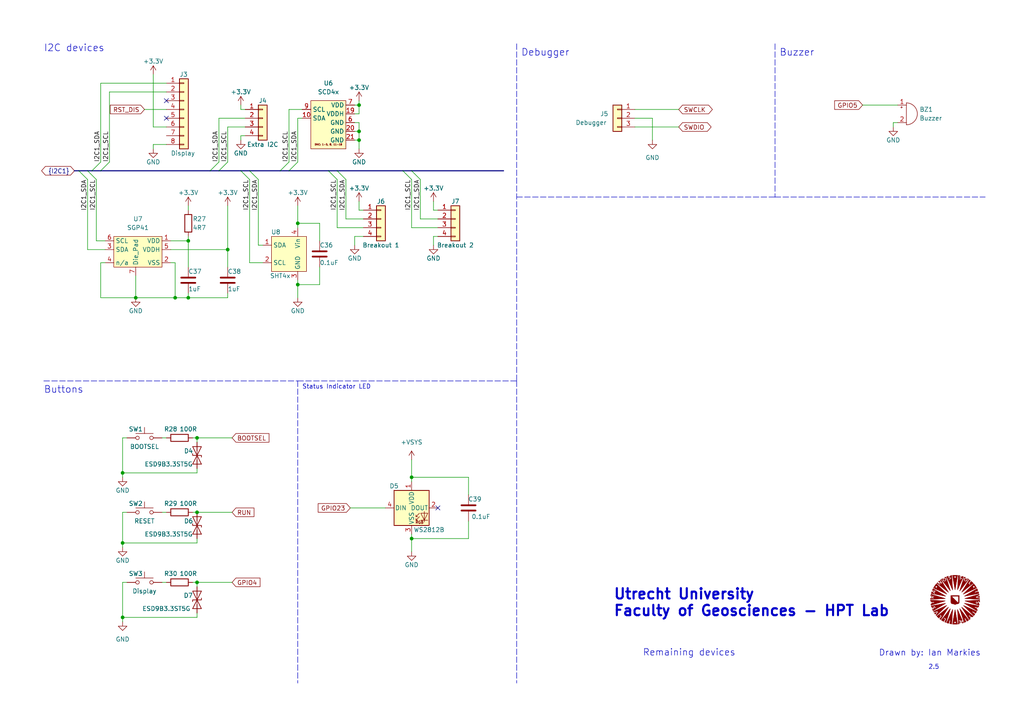
<source format=kicad_sch>
(kicad_sch (version 20211123) (generator eeschema)
  (paper "A4")
  (lib_symbols
    (symbol "Connector_Generic:Conn_01x03" (pin_names (offset 1.016) hide)
      (property "Reference" "J" (at 0 5.08 0))
      (property "Value" "Conn_01x03" (at 0 -5.08 0))
      (symbol "Conn_01x03_1_1"
        (pin passive line (at -5.08 2.54 0) (length 3.81) (name "Pin_1") (number "1"))
        (pin passive line (at -5.08 0 0) (length 3.81) (name "Pin_2") (number "2"))
        (pin passive line (at -5.08 -2.54 0) (length 3.81) (name "Pin_3") (number "3"))
      )
    )
    (symbol "Connector_Generic:Conn_01x04" (pin_names (offset 1.016) hide)
      (property "Reference" "J" (at 0 5.08 0))
      (property "Value" "Conn_01x04" (at 0 -7.62 0))
      (symbol "Conn_01x04_1_1"
        (pin passive line (at -5.08 2.54 0) (length 3.81) (name "Pin_1") (number "1"))
        (pin passive line (at -5.08 0 0) (length 3.81) (name "Pin_2") (number "2"))
        (pin passive line (at -5.08 -2.54 0) (length 3.81) (name "Pin_3") (number "3"))
        (pin passive line (at -5.08 -5.08 0) (length 3.81) (name "Pin_4") (number "4"))
      )
    )
    (symbol "Connector_Generic:Conn_01x08" (pin_names (offset 1.016) hide)
      (property "Reference" "J" (at 0 10.16 0))
      (property "Value" "Conn_01x08" (at 0 -12.7 0))
      (symbol "Conn_01x08_1_1"
        (pin passive line (at -5.08 7.62 0) (length 3.81) (name "Pin_1") (number "1"))
        (pin passive line (at -5.08 5.08 0) (length 3.81) (name "Pin_2") (number "2"))
        (pin passive line (at -5.08 2.54 0) (length 3.81) (name "Pin_3") (number "3"))
        (pin passive line (at -5.08 0 0) (length 3.81) (name "Pin_4") (number "4"))
        (pin passive line (at -5.08 -2.54 0) (length 3.81) (name "Pin_5") (number "5"))
        (pin passive line (at -5.08 -5.08 0) (length 3.81) (name "Pin_6") (number "6"))
        (pin passive line (at -5.08 -7.62 0) (length 3.81) (name "Pin_7") (number "7"))
        (pin passive line (at -5.08 -10.16 0) (length 3.81) (name "Pin_8") (number "8"))
      )
    )
    (symbol "Device:Buzzer" (pin_names (offset 0.0254) hide)
      (property "Reference" "BZ" (at 3.81 1.27 0))
      (property "Value" "Buzzer" (at 3.81 -1.27 0))
      (symbol "Buzzer_1_1"
        (pin passive line (at -2.54 2.54 0) (length 2.54) (name "-") (number "1"))
        (pin passive line (at -2.54 -2.54 0) (length 2.54) (name "+") (number "2"))
      )
    )
    (symbol "Device:C" (pin_numbers hide) (pin_names (offset 0.254))
      (property "Reference" "C" (at 0.635 2.54 0))
      (property "Value" "C" (at 0.635 -2.54 0))
      (symbol "C_1_1"
        (pin passive line (at 0 3.81 270) (length 2.794) (name "~") (number "1"))
        (pin passive line (at 0 -3.81 90) (length 2.794) (name "~") (number "2"))
      )
    )
    (symbol "Device:R" (pin_numbers hide) (pin_names (offset 0))
      (property "Reference" "R" (at 2.032 0 90))
      (property "Value" "R" (at 0 0 90))
      (symbol "R_1_1"
        (pin passive line (at 0 3.81 270) (length 1.27) (name "~") (number "1"))
        (pin passive line (at 0 -3.81 90) (length 1.27) (name "~") (number "2"))
      )
    )
    (symbol "Diode:ESD9B3.3ST5G" (pin_numbers hide) (pin_names (offset 1.016) hide)
      (property "Reference" "D" (at 0 2.54 0))
      (property "Value" "ESD9B3.3ST5G" (at 0 -2.54 0))
      (symbol "ESD9B3.3ST5G_1_1"
        (pin passive line (at -3.81 0 0) (length 2.54) (name "A1") (number "1"))
        (pin passive line (at 3.81 0 180) (length 2.54) (name "A2") (number "2"))
      )
    )
    (symbol "HPT:+Vsys" (power) (in_bom no) (on_board no)
      (property "Value" "+Vsys" (at 0 3.81 0))
      (symbol "+Vsys_1_1"
        (pin power_in line (at 0 0 90) (length 0) hide (name "+VSYS") (number ""))
      )
    )
    (symbol "HPT:LOGO" (pin_names (offset 1.016)))
    (symbol "HPT:SCD4x"
      (property "Reference" "U" (at -3.81 6.35 0))
      (property "Value" "SCD4x" (at 2.54 -10.16 0))
      (symbol "SCD4x_0_0"
        (text "DNC: 1-5, 8, 11-18" (at 0 -7.62 0) (effects (font (size 0.5 0.5))))
      )
      (symbol "SCD4x_1_1"
        (pin no_connect line (at -7.62 -6.35 0) (length 2.54) hide (name "DNC") (number "1"))
        (pin power_in line (at -7.62 0 0) (length 2.54) (name "SDA") (number "10"))
        (pin no_connect line (at -7.62 -6.35 0) (length 2.54) hide (name "DNC") (number "11"))
        (pin no_connect line (at -7.62 -6.35 0) (length 2.54) hide (name "DNC") (number "12"))
        (pin no_connect line (at -7.62 -6.35 0) (length 2.54) hide (name "DNC") (number "13"))
        (pin no_connect line (at -7.62 -6.35 0) (length 2.54) hide (name "DNC") (number "14"))
        (pin no_connect line (at -7.62 -6.35 0) (length 2.54) hide (name "DNC") (number "15"))
        (pin no_connect line (at -7.62 -6.35 0) (length 2.54) hide (name "DNC") (number "16"))
        (pin no_connect line (at -7.62 -6.35 0) (length 2.54) hide (name "DNC") (number "17"))
        (pin no_connect line (at -7.62 -6.35 0) (length 2.54) hide (name "DNC") (number "18"))
        (pin power_in line (at 7.62 1.27 180) (length 2.54) (name "VDDH") (number "19"))
        (pin no_connect line (at -7.62 -6.35 0) (length 2.54) hide (name "DNC") (number "2"))
        (pin power_in line (at 7.62 -3.81 180) (length 2.54) (name "GND") (number "20"))
        (pin power_in line (at 7.62 -6.35 180) (length 2.54) (name "GND") (number "21"))
        (pin no_connect line (at -7.62 -6.35 0) (length 2.54) hide (name "DNC") (number "3"))
        (pin no_connect line (at -7.62 -6.35 0) (length 2.54) hide (name "DNC") (number "4"))
        (pin no_connect line (at -7.62 -6.35 0) (length 2.54) hide (name "DNC") (number "5"))
        (pin power_in line (at 7.62 -1.27 180) (length 2.54) (name "GND") (number "6"))
        (pin power_in line (at 7.62 3.81 180) (length 2.54) (name "VDD") (number "7"))
        (pin no_connect line (at -7.62 -6.35 0) (length 2.54) hide (name "DNC") (number "8"))
        (pin power_in line (at -7.62 2.54 0) (length 2.54) (name "SCL") (number "9"))
      )
    )
    (symbol "HPT:SGP41"
      (property "Reference" "U" (at -5.08 3.81 0))
      (property "Value" "SGP41" (at 5.08 -7.62 0))
      (symbol "SGP41_1_1"
        (pin power_in line (at 10.16 1.27 180) (length 2.54) (name "VDD") (number "1"))
        (pin power_in line (at 10.16 -5.08 180) (length 2.54) (name "VSS") (number "2"))
        (pin bidirectional line (at -8.89 -1.27 0) (length 2.54) (name "SDA") (number "3"))
        (pin passive line (at -8.89 -5.08 0) (length 2.54) (name "n/a") (number "4"))
        (pin power_in line (at 10.16 -1.27 180) (length 2.54) (name "VDDH") (number "5"))
        (pin bidirectional line (at -8.89 1.27 0) (length 2.54) (name "SCL") (number "6"))
        (pin power_in line (at 0 -8.89 90) (length 2.54) (name "Die_Pad") (number "7"))
      )
    )
    (symbol "HPT:SHT4x"
      (property "Reference" "U" (at 5.08 -6.35 0))
      (property "Value" "SHT4x" (at -2.54 6.35 0))
      (symbol "SHT4x_1_1"
        (pin bidirectional line (at -7.62 2.54 0) (length 2.54) (name "SDA") (number "1"))
        (pin bidirectional line (at -7.62 -2.54 0) (length 2.54) (name "SCL") (number "2"))
        (pin power_in line (at 2.54 -7.62 90) (length 2.54) (name "GND") (number "3"))
        (pin power_in line (at 2.54 7.62 270) (length 2.54) (name "Vin") (number "4"))
      )
    )
    (symbol "LED:WS2812B" (pin_names (offset 0.254))
      (property "Reference" "D" (at 5.08 5.715 0))
      (property "Value" "WS2812B" (at 1.27 -5.715 0))
      (symbol "WS2812B_0_0"
        (text "RGB" (at 2.286 -4.191 0) (effects (font (size 0.762 0.762))))
      )
      (symbol "WS2812B_1_1"
        (pin power_in line (at 0 7.62 270) (length 2.54) (name "VDD") (number "1"))
        (pin output line (at 7.62 0 180) (length 2.54) (name "DOUT") (number "2"))
        (pin power_in line (at 0 -7.62 90) (length 2.54) (name "VSS") (number "3"))
        (pin input line (at -7.62 0 0) (length 2.54) (name "DIN") (number "4"))
      )
    )
    (symbol "Switch:SW_Push" (pin_numbers hide) (pin_names (offset 1.016) hide)
      (property "Reference" "SW" (at 1.27 2.54 0))
      (property "Value" "SW_Push" (at 0 -1.524 0))
      (symbol "SW_Push_0_1"
        (pin passive line (at -5.08 0 0) (length 2.54) (name "1") (number "1"))
        (pin passive line (at 5.08 0 180) (length 2.54) (name "2") (number "2"))
      )
    )
    (symbol "power:+3.3V" (power) (pin_names (offset 0))
      (property "Value" "+3.3V" (at 0 3.556 0))
      (symbol "+3.3V_1_1"
        (pin power_in line (at 0 0 90) (length 0) hide (name "+3.3V") (number "1"))
      )
    )
    (symbol "power:GND" (power) (pin_names (offset 0))
      (property "Value" "GND" (at 0 -3.81 0))
      (symbol "GND_1_1"
        (pin power_in line (at 0 0 270) (length 0) hide (name "GND") (number "1"))
      )
    )
  )
  (bus_alias "PoE" (members "VC1+" "VC1-" "VC2+" "VC2-"))
  (junction (at 35.56 179.07))
  (junction (at 54.61 69.85))
  (junction (at 119.38 138.43))
  (junction (at 86.36 64.77))
  (junction (at 104.14 40.64))
  (junction (at 57.15 148.59))
  (junction (at 104.14 30.48))
  (junction (at 35.56 157.48))
  (junction (at 86.36 82.55))
  (junction (at 66.04 72.39))
  (junction (at 54.61 86.36))
  (junction (at 57.15 127))
  (junction (at 104.14 38.1))
  (junction (at 57.15 168.91))
  (junction (at 39.37 86.36))
  (junction (at 50.8 86.36))
  (junction (at 35.56 137.16))
  (junction (at 119.38 156.21))
  (no_connect (at 127 147.32))
  (no_connect (at 48.26 29.21))
  (no_connect (at 48.26 34.29))
  (bus_entry (at 63.5 49.53) (size 2.54 -2.54))
  (bus_entry (at 60.96 49.53) (size 2.54 -2.54))
  (bus_entry (at 25.4 49.53) (size 2.54 2.54))
  (bus_entry (at 22.86 49.53) (size 2.54 2.54))
  (bus_entry (at 72.39 49.53) (size 2.54 2.54))
  (bus_entry (at 69.85 49.53) (size 2.54 2.54))
  (bus_entry (at 29.21 49.53) (size 2.54 -2.54))
  (bus_entry (at 26.67 49.53) (size 2.54 -2.54))
  (bus_entry (at 119.38 49.53) (size 2.54 2.54))
  (bus_entry (at 116.84 49.53) (size 2.54 2.54))
  (bus_entry (at 81.28 49.53) (size 2.54 -2.54))
  (bus_entry (at 83.82 49.53) (size 2.54 -2.54))
  (bus_entry (at 97.79 49.53) (size 2.54 2.54))
  (bus_entry (at 95.25 49.53) (size 2.54 2.54))
  (wire (pts (xy 100.33 52.07) (xy 100.33 63.5)))
  (bus (pts (xy 29.21 49.53) (xy 60.96 49.53)))
  (wire (pts (xy 121.92 52.07) (xy 121.92 63.5)))
  (wire (pts (xy 71.12 39.37) (xy 69.85 39.37)))
  (wire (pts (xy 72.39 52.07) (xy 72.39 76.2)))
  (wire (pts (xy 50.8 76.2) (xy 50.8 86.36)))
  (wire (pts (xy 69.85 30.48) (xy 69.85 31.75)))
  (wire (pts (xy 72.39 76.2) (xy 76.2 76.2)))
  (wire (pts (xy 48.26 148.59) (xy 46.99 148.59)))
  (wire (pts (xy 25.4 52.07) (xy 25.4 72.39)))
  (wire (pts (xy 36.83 148.59) (xy 35.56 148.59)))
  (wire (pts (xy 86.36 34.29) (xy 87.63 34.29)))
  (wire (pts (xy 41.91 31.75) (xy 48.26 31.75)))
  (bus (pts (xy 21.59 49.53) (xy 22.86 49.53)))
  (wire (pts (xy 35.56 168.91) (xy 35.56 179.07)))
  (wire (pts (xy 184.15 36.83) (xy 196.85 36.83)))
  (bus (pts (xy 25.4 49.53) (xy 26.67 49.53)))
  (wire (pts (xy 50.8 86.36) (xy 54.61 86.36)))
  (wire (pts (xy 102.87 38.1) (xy 104.14 38.1)))
  (wire (pts (xy 25.4 72.39) (xy 30.48 72.39)))
  (wire (pts (xy 67.31 148.59) (xy 57.15 148.59)))
  (wire (pts (xy 104.14 40.64) (xy 104.14 43.18)))
  (wire (pts (xy 49.53 69.85) (xy 54.61 69.85)))
  (wire (pts (xy 36.83 127) (xy 35.56 127)))
  (wire (pts (xy 104.14 38.1) (xy 104.14 40.64)))
  (wire (pts (xy 119.38 160.02) (xy 119.38 156.21)))
  (wire (pts (xy 92.71 64.77) (xy 92.71 69.85)))
  (wire (pts (xy 48.26 36.83) (xy 44.45 36.83)))
  (wire (pts (xy 259.08 35.56) (xy 259.08 36.83)))
  (wire (pts (xy 119.38 138.43) (xy 135.89 138.43)))
  (wire (pts (xy 104.14 29.21) (xy 104.14 30.48)))
  (wire (pts (xy 35.56 137.16) (xy 35.56 138.43)))
  (wire (pts (xy 86.36 59.69) (xy 86.36 64.77)))
  (bus (pts (xy 83.82 49.53) (xy 81.28 49.53)))
  (wire (pts (xy 102.87 68.58) (xy 102.87 71.12)))
  (bus (pts (xy 22.86 49.53) (xy 25.4 49.53)))
  (polyline (pts (xy 86.36 110.49) (xy 149.86 110.49)))
  (wire (pts (xy 35.56 157.48) (xy 35.56 158.75)))
  (bus (pts (xy 119.38 49.53) (xy 146.05 49.53)))
  (wire (pts (xy 66.04 46.99) (xy 66.04 36.83)))
  (wire (pts (xy 86.36 86.36) (xy 86.36 82.55)))
  (bus (pts (xy 72.39 49.53) (xy 81.28 49.53)))
  (wire (pts (xy 250.19 30.48) (xy 260.35 30.48)))
  (wire (pts (xy 127 68.58) (xy 125.73 68.58)))
  (wire (pts (xy 125.73 60.96) (xy 127 60.96)))
  (polyline (pts (xy 224.79 57.15) (xy 285.75 57.15)))
  (wire (pts (xy 49.53 72.39) (xy 66.04 72.39)))
  (polyline (pts (xy 149.86 57.15) (xy 224.79 57.15)))
  (wire (pts (xy 101.6 147.32) (xy 111.76 147.32)))
  (wire (pts (xy 27.94 69.85) (xy 27.94 52.07)))
  (wire (pts (xy 104.14 60.96) (xy 104.14 58.42)))
  (bus (pts (xy 116.84 49.53) (xy 119.38 49.53)))
  (wire (pts (xy 35.56 127) (xy 35.56 137.16)))
  (bus (pts (xy 97.79 49.53) (xy 116.84 49.53)))
  (wire (pts (xy 39.37 86.36) (xy 50.8 86.36)))
  (wire (pts (xy 57.15 168.91) (xy 55.88 168.91)))
  (wire (pts (xy 55.88 148.59) (xy 57.15 148.59)))
  (wire (pts (xy 92.71 82.55) (xy 86.36 82.55)))
  (wire (pts (xy 119.38 156.21) (xy 119.38 154.94)))
  (wire (pts (xy 119.38 52.07) (xy 119.38 66.04)))
  (wire (pts (xy 29.21 24.13) (xy 29.21 46.99)))
  (polyline (pts (xy 12.7 110.49) (xy 86.36 110.49)))
  (wire (pts (xy 46.99 127) (xy 48.26 127)))
  (wire (pts (xy 105.41 68.58) (xy 102.87 68.58)))
  (bus (pts (xy 95.25 49.53) (xy 97.79 49.53)))
  (wire (pts (xy 87.63 31.75) (xy 83.82 31.75)))
  (wire (pts (xy 29.21 76.2) (xy 30.48 76.2)))
  (wire (pts (xy 69.85 39.37) (xy 69.85 40.64)))
  (wire (pts (xy 135.89 151.13) (xy 135.89 156.21)))
  (wire (pts (xy 74.93 71.12) (xy 76.2 71.12)))
  (wire (pts (xy 66.04 36.83) (xy 71.12 36.83)))
  (wire (pts (xy 184.15 31.75) (xy 196.85 31.75)))
  (bus (pts (xy 83.82 49.53) (xy 95.25 49.53)))
  (wire (pts (xy 102.87 33.02) (xy 104.14 33.02)))
  (wire (pts (xy 39.37 80.01) (xy 39.37 86.36)))
  (wire (pts (xy 119.38 138.43) (xy 119.38 133.35)))
  (wire (pts (xy 100.33 63.5) (xy 105.41 63.5)))
  (wire (pts (xy 97.79 52.07) (xy 97.79 66.04)))
  (wire (pts (xy 57.15 179.07) (xy 35.56 179.07)))
  (wire (pts (xy 54.61 59.69) (xy 54.61 60.96)))
  (wire (pts (xy 57.15 179.07) (xy 57.15 177.8)))
  (wire (pts (xy 36.83 168.91) (xy 35.56 168.91)))
  (wire (pts (xy 44.45 41.91) (xy 44.45 43.18)))
  (wire (pts (xy 121.92 63.5) (xy 127 63.5)))
  (wire (pts (xy 86.36 64.77) (xy 92.71 64.77)))
  (wire (pts (xy 189.23 34.29) (xy 189.23 40.64)))
  (wire (pts (xy 31.75 26.67) (xy 48.26 26.67)))
  (wire (pts (xy 57.15 170.18) (xy 57.15 168.91)))
  (wire (pts (xy 54.61 86.36) (xy 54.61 85.09)))
  (bus (pts (xy 63.5 49.53) (xy 69.85 49.53)))
  (wire (pts (xy 102.87 30.48) (xy 104.14 30.48)))
  (wire (pts (xy 135.89 156.21) (xy 119.38 156.21)))
  (wire (pts (xy 66.04 59.69) (xy 66.04 72.39)))
  (wire (pts (xy 74.93 52.07) (xy 74.93 71.12)))
  (wire (pts (xy 119.38 66.04) (xy 127 66.04)))
  (wire (pts (xy 125.73 58.42) (xy 125.73 60.96)))
  (wire (pts (xy 57.15 137.16) (xy 35.56 137.16)))
  (wire (pts (xy 55.88 127) (xy 57.15 127)))
  (wire (pts (xy 29.21 76.2) (xy 29.21 86.36)))
  (bus (pts (xy 72.39 49.53) (xy 69.85 49.53)))
  (wire (pts (xy 49.53 76.2) (xy 50.8 76.2)))
  (wire (pts (xy 92.71 77.47) (xy 92.71 82.55)))
  (bus (pts (xy 26.67 49.53) (xy 29.21 49.53)))
  (wire (pts (xy 119.38 138.43) (xy 119.38 139.7)))
  (wire (pts (xy 102.87 40.64) (xy 104.14 40.64)))
  (wire (pts (xy 63.5 34.29) (xy 71.12 34.29)))
  (polyline (pts (xy 224.79 12.7) (xy 224.79 57.15)))
  (wire (pts (xy 260.35 35.56) (xy 259.08 35.56)))
  (wire (pts (xy 48.26 41.91) (xy 44.45 41.91)))
  (wire (pts (xy 102.87 35.56) (xy 104.14 35.56)))
  (wire (pts (xy 57.15 156.21) (xy 57.15 157.48)))
  (wire (pts (xy 54.61 69.85) (xy 54.61 68.58)))
  (wire (pts (xy 135.89 138.43) (xy 135.89 143.51)))
  (wire (pts (xy 86.36 46.99) (xy 86.36 34.29)))
  (wire (pts (xy 35.56 148.59) (xy 35.56 157.48)))
  (bus (pts (xy 60.96 49.53) (xy 63.5 49.53)))
  (wire (pts (xy 29.21 24.13) (xy 48.26 24.13)))
  (wire (pts (xy 86.36 64.77) (xy 86.36 66.04)))
  (wire (pts (xy 54.61 86.36) (xy 66.04 86.36)))
  (wire (pts (xy 57.15 137.16) (xy 57.15 135.89)))
  (wire (pts (xy 31.75 46.99) (xy 31.75 26.67)))
  (wire (pts (xy 67.31 168.91) (xy 57.15 168.91)))
  (wire (pts (xy 104.14 30.48) (xy 104.14 33.02)))
  (wire (pts (xy 67.31 127) (xy 57.15 127)))
  (wire (pts (xy 27.94 69.85) (xy 30.48 69.85)))
  (polyline (pts (xy 149.86 110.49) (xy 149.86 198.12)))
  (wire (pts (xy 184.15 34.29) (xy 189.23 34.29)))
  (wire (pts (xy 44.45 36.83) (xy 44.45 21.59)))
  (wire (pts (xy 83.82 31.75) (xy 83.82 46.99)))
  (wire (pts (xy 66.04 72.39) (xy 66.04 77.47)))
  (wire (pts (xy 57.15 128.27) (xy 57.15 127)))
  (wire (pts (xy 29.21 86.36) (xy 39.37 86.36)))
  (wire (pts (xy 104.14 35.56) (xy 104.14 38.1)))
  (wire (pts (xy 48.26 168.91) (xy 46.99 168.91)))
  (wire (pts (xy 105.41 60.96) (xy 104.14 60.96)))
  (polyline (pts (xy 86.36 110.49) (xy 86.36 198.12)))
  (wire (pts (xy 125.73 68.58) (xy 125.73 71.12)))
  (wire (pts (xy 86.36 82.55) (xy 86.36 81.28)))
  (wire (pts (xy 35.56 179.07) (xy 35.56 180.34)))
  (wire (pts (xy 69.85 31.75) (xy 71.12 31.75)))
  (wire (pts (xy 66.04 85.09) (xy 66.04 86.36)))
  (wire (pts (xy 97.79 66.04) (xy 105.41 66.04)))
  (polyline (pts (xy 149.86 12.7) (xy 149.86 110.49)))
  (wire (pts (xy 57.15 157.48) (xy 35.56 157.48)))
  (wire (pts (xy 63.5 46.99) (xy 63.5 34.29)))
  (wire (pts (xy 54.61 69.85) (xy 54.61 77.47)))
  (text "Drawn by: Ian Markies" (at 284.48 190.5 180) (effects (font (size 1.75 1.75)) (justify right bottom)))
  (text "Status Indicator LED" (at 87.63 113.03 0) (effects (font (size 1.27 1.27)) (justify left bottom)))
  (text "Utrecht University\nFaculty of Geosciences - HPT Lab" (at 177.8 179.07 0) (effects (font (size 3 3) (thickness 0.6) bold) (justify left bottom)))
  (text "2.5" (at 269.24 194.31 0) (effects (font (size 1.27 1.27)) (justify left bottom)))
  (text "I2C devices\n" (at 12.7 15.24 0) (effects (font (size 2 2)) (justify left bottom)))
  (text "Buzzer" (at 226.06 16.51 0) (effects (font (size 2 2)) (justify left bottom)))
  (text "Buttons" (at 12.7 114.3 0) (effects (font (size 2 2)) (justify left bottom)))
  (text "Debugger" (at 151.13 16.51 0) (effects (font (size 2 2)) (justify left bottom)))
  (text "Remaining devices" (at 213.36 190.5 180) (effects (font (size 1.905 1.905)) (justify right bottom)))
  (label "I2C1_SCL" (at 66.04 46.99 90))
  (label "I2C1_SDA" (at 100.33 52.07 270))
  (label "I2C1_SDA" (at 29.21 46.99 90))
  (label "I2C1_SDA" (at 63.5 46.99 90))
  (label "I2C1_SDA" (at 74.93 52.07 270))
  (label "I2C1_SCL" (at 83.82 46.99 90))
  (label "I2C1_SCL" (at 72.39 52.07 270))
  (label "I2C1_SCL" (at 31.75 46.99 90))
  (label "I2C1_SCL" (at 119.38 52.07 270))
  (label "I2C1_SCL" (at 27.94 52.07 270))
  (label "I2C1_SDA" (at 121.92 52.07 270))
  (label "I2C1_SDA" (at 86.36 46.99 90))
  (label "I2C1_SCL" (at 97.79 52.07 270))
  (label "I2C1_SDA" (at 25.4 52.07 270))
  (global_label "BOOTSEL" (shape input) (at 67.31 127 0) (property "Intersheet References" "${INTERSHEET_REFS}" (effects hide)))
  (global_label "GPIO5" (shape input) (at 250.19 30.48 180) (property "Intersheet References" "${INTERSHEET_REFS}" (effects hide)))
  (global_label "{I2C1}" (shape bidirectional) (at 21.59 49.53 180) (property "Intersheet References" "${INTERSHEET_REFS}" (effects hide)))
  (global_label "SWDIO" (shape bidirectional) (at 196.85 36.83 0) (property "Intersheet References" "${INTERSHEET_REFS}" (effects hide)))
  (global_label "SWCLK" (shape bidirectional) (at 196.85 31.75 0) (property "Intersheet References" "${INTERSHEET_REFS}" (effects hide)))
  (global_label "GPIO23" (shape input) (at 101.6 147.32 180) (property "Intersheet References" "${INTERSHEET_REFS}" (effects hide)))
  (global_label "RST_DIS" (shape input) (at 41.91 31.75 180) (property "Intersheet References" "${INTERSHEET_REFS}" (effects hide)))
  (global_label "RUN" (shape input) (at 67.31 148.59 0) (property "Intersheet References" "${INTERSHEET_REFS}" (effects hide)))
  (global_label "GPIO4" (shape input) (at 67.31 168.91 0) (property "Intersheet References" "${INTERSHEET_REFS}" (effects hide)))
  (symbol (lib_id "power:GND") (at 44.45 43.18 0) (mirror y) (unit 1)
    (property "Reference" "#PWR046" (effects hide))
    (property "Value" "GND" (at 44.45 46.99 0))
  )
  (symbol (lib_id "power:+3.3V") (at 66.04 59.69 0) (unit 1)
    (property "Reference" "#PWR051" (effects hide))
    (property "Value" "+3.3V" (at 66.04 55.88 0))
  )
  (symbol (lib_id "Connector_Generic:Conn_01x04") (at 76.2 34.29 0) (unit 1)
    (property "Reference" "J4" (at 76.2 29.21 0))
    (property "Value" "Extra I2C" (at 76.2 41.91 0))
    (property "Footprint" "Connector_Molex:Molex_KK-396_A-41791-0004_1x04_P3.96mm_Vertical" (effects hide))
  )
  (symbol (lib_id "Connector_Generic:Conn_01x03") (at 179.07 34.29 0) (mirror y) (unit 1)
    (property "Reference" "J5" (at 175.26 33.02 0))
    (property "Value" "Debugger" (at 171.45 35.56 0))
    (property "Footprint" "Connector_PinHeader_2.54mm:PinHeader_1x03_P2.54mm_Vertical" (effects hide))
  )
  (symbol (lib_id "Diode:ESD9B3.3ST5G") (at 57.15 132.08 90) (unit 1)
    (property "Reference" "D4" (at 53.34 130.81 90) (effects (justify right)))
    (property "Value" "ESD9B3.3ST5G" (at 41.91 134.62 90) (effects (justify right)))
    (property "Footprint" "Diode_SMD:D_SOD-923" (effects hide))
    (property "Datasheet" "https://www.onsemi.com/pub/Collateral/ESD9B-D.PDF" (effects hide))
  )
  (symbol (lib_id "power:+3.3V") (at 54.61 59.69 0) (unit 1)
    (property "Reference" "#PWR050" (effects hide))
    (property "Value" "+3.3V" (at 54.61 55.88 0))
  )
  (symbol (lib_id "Device:C") (at 135.89 147.32 0) (mirror y) (unit 1)
    (property "Reference" "C39" (at 139.7 144.78 0) (effects (justify left)))
    (property "Value" "0.1uF" (at 142.24 149.86 0) (effects (justify left)))
    (property "Footprint" "Capacitor_SMD:C_0402_1005Metric" (effects hide))
  )
  (symbol (lib_id "power:+3.3V") (at 69.85 30.48 0) (mirror y) (unit 1)
    (property "Reference" "#PWR042" (effects hide))
    (property "Value" "+3.3V" (at 69.85 26.67 0))
  )
  (symbol (lib_id "power:GND") (at 86.36 86.36 0) (unit 1)
    (property "Reference" "#PWR056" (effects hide))
    (property "Value" "GND" (at 86.36 90.17 0))
  )
  (symbol (lib_id "power:GND") (at 119.38 160.02 0) (unit 1)
    (property "Reference" "#PWR059" (effects hide))
    (property "Value" "GND" (at 119.38 163.83 0))
  )
  (symbol (lib_id "Switch:SW_Push") (at 41.91 127 0) (unit 1)
    (property "Reference" "SW1" (at 39.37 124.46 0))
    (property "Value" "BOOTSEL" (at 41.91 129.54 0))
    (property "Footprint" "HPT:Switch" (effects hide))
  )
  (symbol (lib_id "HPT:SCD4x") (at 95.25 34.29 0) (unit 1)
    (property "Reference" "U6" (at 95.25 24.13 0))
    (property "Value" "SCD4x" (at 95.25 26.67 0))
    (property "Footprint" "HPT:SDC4x" (effects hide))
  )
  (symbol (lib_id "Device:R") (at 52.07 168.91 90) (unit 1)
    (property "Reference" "R30" (at 49.53 166.37 90))
    (property "Value" "100R" (at 54.61 166.37 90))
    (property "Footprint" "Resistor_SMD:R_0402_1005Metric" (effects hide))
  )
  (symbol (lib_id "Device:R") (at 52.07 127 270) (mirror x) (unit 1)
    (property "Reference" "R28" (at 49.53 124.46 90))
    (property "Value" "100R" (at 54.61 124.46 90))
    (property "Footprint" "Resistor_SMD:R_0402_1005Metric" (effects hide))
  )
  (symbol (lib_id "Switch:SW_Push") (at 41.91 148.59 0) (unit 1)
    (property "Reference" "SW2" (at 39.37 146.05 0))
    (property "Value" "RESET" (at 41.91 151.13 0))
    (property "Footprint" "HPT:Switch" (effects hide))
  )
  (symbol (lib_id "LED:WS2812B") (at 119.38 147.32 0) (unit 1)
    (property "Reference" "D5" (at 114.3 140.97 0))
    (property "Value" "WS2812B" (at 124.46 153.67 0))
    (property "Footprint" "LED_SMD:LED_WS2812B_PLCC4_5.0x5.0mm_P3.2mm" (effects hide))
    (property "Datasheet" "https://cdn-shop.adafruit.com/datasheets/WS2812B.pdf" (effects hide))
  )
  (symbol (lib_id "HPT:LOGO") (at 276.86 173.99 0) (unit 1)
    (property "Reference" "#G4" (effects hide))
    (property "Value" "LOGO" (effects hide))
  )
  (symbol (lib_id "power:+3.3V") (at 125.73 58.42 0) (unit 1)
    (property "Reference" "#PWR049" (effects hide))
    (property "Value" "+3.3V" (at 125.73 54.61 0))
  )
  (symbol (lib_id "Diode:ESD9B3.3ST5G") (at 57.15 173.99 270) (mirror x) (unit 1)
    (property "Reference" "D7" (at 54.61 172.72 90))
    (property "Value" "ESD9B3.3ST5G" (at 48.26 176.53 90))
    (property "Footprint" "Diode_SMD:D_SOD-923" (effects hide))
    (property "Datasheet" "https://www.onsemi.com/pub/Collateral/ESD9B-D.PDF" (effects hide))
  )
  (symbol (lib_id "HPT:SHT4x") (at 83.82 73.66 0) (unit 1)
    (property "Reference" "U8" (at 80.01 67.31 0))
    (property "Value" "SHT4x" (at 81.28 80.01 0))
    (property "Footprint" "HPT:SHT4x" (effects hide))
  )
  (symbol (lib_id "power:+3.3V") (at 86.36 59.69 0) (unit 1)
    (property "Reference" "#PWR052" (effects hide))
    (property "Value" "+3.3V" (at 86.36 55.88 0))
  )
  (symbol (lib_id "power:GND") (at 35.56 138.43 0) (unit 1)
    (property "Reference" "#PWR057" (effects hide))
    (property "Value" "GND" (at 35.56 142.24 0))
  )
  (symbol (lib_id "power:GND") (at 35.56 180.34 0) (mirror y) (unit 1)
    (property "Reference" "#PWR060" (effects hide))
    (property "Value" "GND" (at 35.56 185.42 0))
  )
  (symbol (lib_id "power:+3.3V") (at 44.45 21.59 0) (mirror y) (unit 1)
    (property "Reference" "#PWR040" (effects hide))
    (property "Value" "+3.3V" (at 44.45 17.78 0))
  )
  (symbol (lib_id "power:GND") (at 104.14 43.18 0) (unit 1)
    (property "Reference" "#PWR047" (effects hide))
    (property "Value" "GND" (at 104.14 46.99 0))
  )
  (symbol (lib_id "Connector_Generic:Conn_01x04") (at 110.49 63.5 0) (unit 1)
    (property "Reference" "J6" (at 110.49 58.42 0))
    (property "Value" "Breakout 1" (at 110.49 71.12 0))
    (property "Footprint" "Connector_Molex:Molex_KK-396_A-41791-0004_1x04_P3.96mm_Vertical" (effects hide))
  )
  (symbol (lib_id "Switch:SW_Push") (at 41.91 168.91 0) (mirror y) (unit 1)
    (property "Reference" "SW3" (at 39.37 166.37 0))
    (property "Value" "Display" (at 41.91 171.45 0))
    (property "Footprint" "Button_Switch_SMD:SW_Push_1P1T_NO_6x6mm_H9.5mm" (effects hide))
  )
  (symbol (lib_id "Connector_Generic:Conn_01x08") (at 53.34 31.75 0) (unit 1)
    (property "Reference" "J3" (at 52.07 21.59 0) (effects (justify left)))
    (property "Value" "Display" (at 49.53 44.45 0) (effects (justify left)))
    (property "Footprint" "Connector_PinHeader_2.54mm:PinHeader_1x08_P2.54mm_Vertical" (effects hide))
  )
  (symbol (lib_id "Device:Buzzer") (at 262.89 33.02 0) (unit 1)
    (property "Reference" "BZ1" (at 266.7 31.7499 0) (effects (justify left)))
    (property "Value" "Buzzer" (at 266.7 34.2899 0) (effects (justify left)))
    (property "Footprint" "Buzzer_Beeper:Buzzer_TDK_PS1240P02BT_D12.2mm_H6.5mm" (effects hide))
  )
  (symbol (lib_id "Device:R") (at 54.61 64.77 0) (unit 1)
    (property "Reference" "R27" (at 55.88 63.5 0) (effects (justify left)))
    (property "Value" "4R7" (at 55.88 66.04 0) (effects (justify left)))
    (property "Footprint" "Resistor_SMD:R_0402_1005Metric" (effects hide))
  )
  (symbol (lib_id "Device:R") (at 52.07 148.59 270) (mirror x) (unit 1)
    (property "Reference" "R29" (at 49.53 146.05 90))
    (property "Value" "100R" (at 54.61 146.05 90))
    (property "Footprint" "Resistor_SMD:R_0402_1005Metric" (effects hide))
  )
  (symbol (lib_id "power:GND") (at 35.56 158.75 0) (unit 1)
    (property "Reference" "#PWR058" (effects hide))
    (property "Value" "GND" (at 35.56 162.56 0))
  )
  (symbol (lib_id "Device:C") (at 54.61 81.28 0) (unit 1)
    (property "Reference" "C37" (at 54.61 78.74 0) (effects (justify left)))
    (property "Value" "1uF" (at 54.61 83.82 0) (effects (justify left)))
    (property "Footprint" "Capacitor_SMD:C_0402_1005Metric" (effects hide))
  )
  (symbol (lib_id "power:GND") (at 259.08 36.83 0) (unit 1)
    (property "Reference" "#PWR043" (effects hide))
    (property "Value" "GND" (at 259.08 40.64 0))
  )
  (symbol (lib_id "power:GND") (at 125.73 71.12 0) (unit 1)
    (property "Reference" "#PWR054" (effects hide))
    (property "Value" "GND" (at 125.73 74.93 0))
  )
  (symbol (lib_id "power:GND") (at 39.37 86.36 0) (unit 1)
    (property "Reference" "#PWR055" (effects hide))
    (property "Value" "GND" (at 39.37 90.17 0))
  )
  (symbol (lib_id "Device:C") (at 92.71 73.66 0) (mirror x) (unit 1)
    (property "Reference" "C36" (at 92.71 71.12 0) (effects (justify left)))
    (property "Value" "0.1uF" (at 92.71 76.2 0) (effects (justify left)))
    (property "Footprint" "Capacitor_SMD:C_0402_1005Metric" (effects hide))
  )
  (symbol (lib_id "power:GND") (at 69.85 40.64 0) (mirror y) (unit 1)
    (property "Reference" "#PWR044" (effects hide))
    (property "Value" "GND" (at 69.85 44.45 0))
  )
  (symbol (lib_id "Connector_Generic:Conn_01x04") (at 132.08 63.5 0) (unit 1)
    (property "Reference" "J7" (at 132.08 58.42 0))
    (property "Value" "Breakout 2" (at 132.08 71.12 0))
    (property "Footprint" "Connector_Molex:Molex_KK-396_A-41791-0004_1x04_P3.96mm_Vertical" (effects hide))
  )
  (symbol (lib_id "Diode:ESD9B3.3ST5G") (at 57.15 152.4 90) (unit 1)
    (property "Reference" "D6" (at 53.34 151.13 90) (effects (justify right)))
    (property "Value" "ESD9B3.3ST5G" (at 41.91 154.94 90) (effects (justify right)))
    (property "Footprint" "Diode_SMD:D_SOD-923" (effects hide))
    (property "Datasheet" "https://www.onsemi.com/pub/Collateral/ESD9B-D.PDF" (effects hide))
  )
  (symbol (lib_id "power:GND") (at 189.23 40.64 0) (unit 1)
    (property "Reference" "#PWR045" (effects hide))
    (property "Value" "GND" (at 189.23 45.72 0))
  )
  (symbol (lib_id "HPT:SGP41") (at 39.37 71.12 0) (unit 1)
    (property "Reference" "U7" (at 40.005 63.5 0))
    (property "Value" "SGP41" (at 40.005 66.04 0))
    (property "Footprint" "HPT:XDCR_SGP41-D-R4" (effects hide))
  )
  (symbol (lib_id "HPT:+Vsys") (at 119.38 133.35 0) (unit 1) (in_bom no) (on_board no)
    (property "Reference" "#PWRSYS01" (effects hide))
    (property "Value" "+Vsys" (at 119.38 128.27 0))
  )
  (symbol (lib_id "power:GND") (at 102.87 71.12 0) (unit 1)
    (property "Reference" "#PWR053" (effects hide))
    (property "Value" "GND" (at 102.87 74.93 0))
  )
  (symbol (lib_id "power:+3.3V") (at 104.14 29.21 0) (unit 1)
    (property "Reference" "#PWR041" (effects hide))
    (property "Value" "+3.3V" (at 104.14 25.4 0))
  )
  (symbol (lib_id "Device:C") (at 66.04 81.28 0) (unit 1)
    (property "Reference" "C38" (at 66.04 78.74 0) (effects (justify left)))
    (property "Value" "1uF" (at 66.04 83.82 0) (effects (justify left)))
    (property "Footprint" "Capacitor_SMD:C_0402_1005Metric" (effects hide))
  )
  (symbol (lib_id "power:+3.3V") (at 104.14 58.42 0) (unit 1)
    (property "Reference" "#PWR048" (effects hide))
    (property "Value" "+3.3V" (at 104.14 54.61 0))
  )
)
</source>
